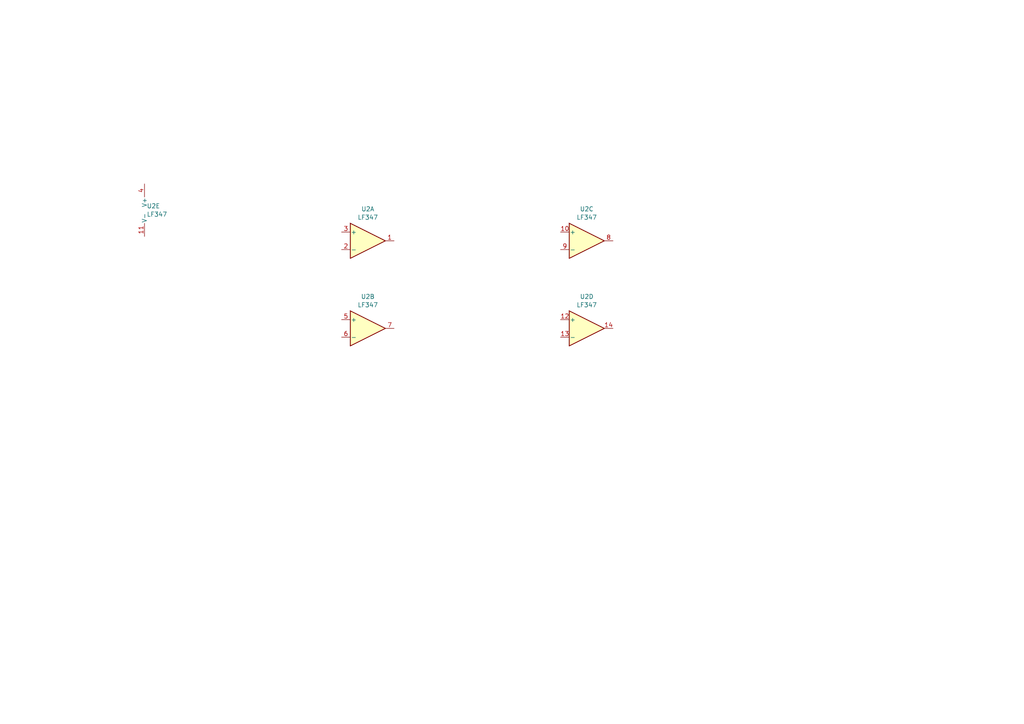
<source format=kicad_sch>
(kicad_sch (version 20231120) (generator "eeschema") (generator_version "8.0")
  (paper "A4")
  (lib_symbols
    (symbol "Amplifier_Operational:TL074" (pin_names (offset 0.127))
      (property "Reference" "U" (at 0 5.08 0))
      (property "Value" "TL074" (at 0 -5.08 0))
      (symbol "TL074_1_1"
        (polyline (pts (xy -5.08 5.08) (xy 5.08 0) (xy -5.08 -5.08) (xy -5.08 5.08)) (stroke (width 0.254)) (fill (type background)))
        (pin output line (at 7.62 0 180) (length 2.54) (name "~") (number "1"))
        (pin input line (at -7.62 -2.54 0) (length 2.54) (name "-") (number "2"))
        (pin input line (at -7.62 2.54 0) (length 2.54) (name "+") (number "3"))
      )
      (symbol "TL074_2_1"
        (polyline (pts (xy -5.08 5.08) (xy 5.08 0) (xy -5.08 -5.08) (xy -5.08 5.08)) (stroke (width 0.254)) (fill (type background)))
        (pin input line (at -7.62 2.54 0) (length 2.54) (name "+") (number "5"))
        (pin input line (at -7.62 -2.54 0) (length 2.54) (name "-") (number "6"))
        (pin output line (at 7.62 0 180) (length 2.54) (name "~") (number "7"))
      )
      (symbol "TL074_3_1"
        (polyline (pts (xy -5.08 5.08) (xy 5.08 0) (xy -5.08 -5.08) (xy -5.08 5.08)) (stroke (width 0.254)) (fill (type background)))
        (pin input line (at -7.62 2.54 0) (length 2.54) (name "+") (number "10"))
        (pin output line (at 7.62 0 180) (length 2.54) (name "~") (number "8"))
        (pin input line (at -7.62 -2.54 0) (length 2.54) (name "-") (number "9"))
      )
      (symbol "TL074_4_1"
        (polyline (pts (xy -5.08 5.08) (xy 5.08 0) (xy -5.08 -5.08) (xy -5.08 5.08)) (stroke (width 0.254)) (fill (type background)))
        (pin input line (at -7.62 2.54 0) (length 2.54) (name "+") (number "12"))
        (pin input line (at -7.62 -2.54 0) (length 2.54) (name "-") (number "13"))
        (pin output line (at 7.62 0 180) (length 2.54) (name "~") (number "14"))
      )
      (symbol "TL074_5_1"
        (pin power_in line (at -2.54 -7.62 90) (length 3.81) (name "V-") (number "11"))
        (pin power_in line (at -2.54 7.62 270) (length 3.81) (name "V+") (number "4"))
      )
    )
  )
  (symbol (lib_id "Amplifier_Operational:TL074") (at 170.18 69.85 0) (unit 3)
    (property "Reference" "U2" (at 170.18 60.6255 0))
    (property "Value" "LF347" (at 170.18 63.0498 0))
    (property "Footprint" "Package_SO:SOIC-14_3.9x8.7mm_P1.27mm" (effects (hide yes)))
    (property "Datasheet" "http://www.ti.com/lit/ds/symlink/tl071.pdf" (effects (hide yes)))
    (property "Description" "Quad Low-Noise JFET-Input Operational Amplifiers, DIP-14/SOIC-14" (effects (hide yes)))
  )
  (symbol (lib_id "Amplifier_Operational:TL074") (at 44.45 60.96 0) (unit 5)
    (property "Reference" "U2" (at 42.545 59.7478 0) (effects (justify left)))
    (property "Value" "LF347" (at 42.545 62.1721 0) (effects (justify left)))
    (property "Footprint" "Package_SO:SOIC-14_3.9x8.7mm_P1.27mm" (effects (hide yes)))
    (property "Datasheet" "http://www.ti.com/lit/ds/symlink/tl071.pdf" (effects (hide yes)))
    (property "Description" "Quad Low-Noise JFET-Input Operational Amplifiers, DIP-14/SOIC-14" (effects (hide yes)))
  )
  (symbol (lib_id "Amplifier_Operational:TL074") (at 170.18 95.25 0) (unit 4)
    (property "Reference" "U2" (at 170.18 86.0255 0))
    (property "Value" "LF347" (at 170.18 88.4498 0))
    (property "Footprint" "Package_SO:SOIC-14_3.9x8.7mm_P1.27mm" (effects (hide yes)))
    (property "Datasheet" "http://www.ti.com/lit/ds/symlink/tl071.pdf" (effects (hide yes)))
    (property "Description" "Quad Low-Noise JFET-Input Operational Amplifiers, DIP-14/SOIC-14" (effects (hide yes)))
  )
  (symbol (lib_id "Amplifier_Operational:TL074") (at 106.68 95.25 0) (unit 2)
    (property "Reference" "U2" (at 106.68 86.0255 0))
    (property "Value" "LF347" (at 106.68 88.4498 0))
    (property "Footprint" "Package_SO:SOIC-14_3.9x8.7mm_P1.27mm" (effects (hide yes)))
    (property "Datasheet" "http://www.ti.com/lit/ds/symlink/tl071.pdf" (effects (hide yes)))
    (property "Description" "Quad Low-Noise JFET-Input Operational Amplifiers, DIP-14/SOIC-14" (effects (hide yes)))
  )
  (symbol (lib_id "Amplifier_Operational:TL074") (at 106.68 69.85 0) (unit 1)
    (property "Reference" "U2" (at 106.68 60.6255 0))
    (property "Value" "LF347" (at 106.68 63.0498 0))
    (property "Footprint" "Package_SO:SOIC-14_3.9x8.7mm_P1.27mm" (effects (hide yes)))
    (property "Datasheet" "http://www.ti.com/lit/ds/symlink/tl071.pdf" (effects (hide yes)))
    (property "Description" "Quad Low-Noise JFET-Input Operational Amplifiers, DIP-14/SOIC-14" (effects (hide yes)))
  )
)
</source>
